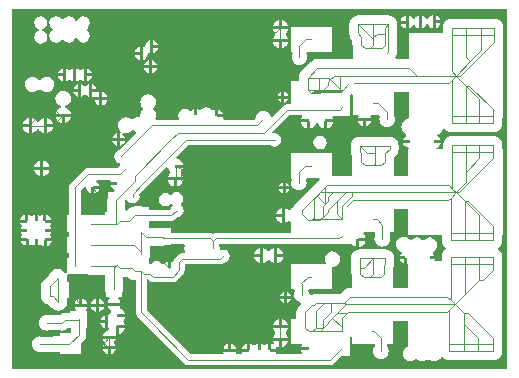
<source format=gbl>
G04*
G04 #@! TF.GenerationSoftware,Altium Limited,Altium Designer,20.0.2 (26)*
G04*
G04 Layer_Physical_Order=4*
G04 Layer_Color=16711680*
%FSLAX44Y44*%
%MOMM*%
G71*
G01*
G75*
G36*
X739290Y1230630D02*
X320290D01*
Y1535630D01*
X739290D01*
Y1230630D01*
D02*
G37*
%LPC*%
G36*
X664270Y1529776D02*
X663378Y1529599D01*
X661546Y1528374D01*
X660804Y1527263D01*
X659276D01*
X658534Y1528374D01*
X656702Y1529599D01*
X655810Y1529776D01*
Y1524380D01*
Y1518984D01*
X656702Y1519162D01*
X658534Y1520386D01*
X659276Y1521497D01*
X660804D01*
X661546Y1520386D01*
X663378Y1519162D01*
X664270Y1518984D01*
Y1524380D01*
Y1529776D01*
D02*
G37*
G36*
X676020Y1530026D02*
X675128Y1529849D01*
X673296Y1528624D01*
X672072Y1526792D01*
X672038Y1526621D01*
X670903Y1526551D01*
X670734Y1526578D01*
X669534Y1528374D01*
X667702Y1529599D01*
X666810Y1529776D01*
Y1524380D01*
Y1518984D01*
X667702Y1519162D01*
X669534Y1520386D01*
X670759Y1522218D01*
X670792Y1522389D01*
X671927Y1522459D01*
X672096Y1522432D01*
X673296Y1520636D01*
X675128Y1519411D01*
X676020Y1519234D01*
Y1524630D01*
Y1530026D01*
D02*
G37*
G36*
X678560D02*
Y1525900D01*
X682686D01*
X682509Y1526792D01*
X681284Y1528624D01*
X679452Y1529849D01*
X678560Y1530026D01*
D02*
G37*
G36*
X653270Y1529776D02*
X652378Y1529599D01*
X650546Y1528374D01*
X649322Y1526542D01*
X649144Y1525650D01*
X653270D01*
Y1529776D01*
D02*
G37*
G36*
X380290Y1529279D02*
X378128Y1528849D01*
X376296Y1527624D01*
X375071Y1525792D01*
X374938Y1525118D01*
X373643D01*
X373509Y1525792D01*
X372284Y1527624D01*
X370452Y1528849D01*
X368290Y1529279D01*
X366128Y1528849D01*
X364296Y1527624D01*
X363554Y1526513D01*
X362026D01*
X361284Y1527624D01*
X359452Y1528849D01*
X357290Y1529279D01*
X355128Y1528849D01*
X353296Y1527624D01*
X352071Y1525792D01*
X351642Y1523630D01*
X352071Y1521468D01*
X353296Y1519636D01*
X354407Y1518894D01*
Y1517366D01*
X353296Y1516624D01*
X352071Y1514792D01*
X351642Y1512630D01*
X352071Y1510468D01*
X353296Y1508636D01*
X355128Y1507411D01*
X357290Y1506982D01*
X359452Y1507411D01*
X361284Y1508636D01*
X362026Y1509747D01*
X363554D01*
X364296Y1508636D01*
X366128Y1507411D01*
X368290Y1506982D01*
X370452Y1507411D01*
X372284Y1508636D01*
X373509Y1510468D01*
X373643Y1511142D01*
X374938D01*
X375071Y1510468D01*
X376296Y1508636D01*
X378128Y1507411D01*
X380290Y1506982D01*
X382452Y1507411D01*
X384284Y1508636D01*
X385509Y1510468D01*
X385938Y1512630D01*
X385509Y1514792D01*
X384284Y1516624D01*
X383173Y1517366D01*
Y1518894D01*
X384284Y1519636D01*
X385509Y1521468D01*
X385938Y1523630D01*
X385509Y1525792D01*
X384284Y1527624D01*
X382452Y1528849D01*
X380290Y1529279D01*
D02*
G37*
G36*
X548560Y1526059D02*
Y1520900D01*
X553719D01*
X553662Y1521337D01*
X553003Y1522928D01*
X551954Y1524294D01*
X550588Y1525343D01*
X548997Y1526002D01*
X548560Y1526059D01*
D02*
G37*
G36*
X546020D02*
X545583Y1526002D01*
X543992Y1525343D01*
X542626Y1524294D01*
X541577Y1522928D01*
X540918Y1521337D01*
X540861Y1520900D01*
X546020D01*
Y1526059D01*
D02*
G37*
G36*
X682686Y1523360D02*
X678560D01*
Y1519234D01*
X679452Y1519411D01*
X681284Y1520636D01*
X682509Y1522468D01*
X682686Y1523360D01*
D02*
G37*
G36*
X653270Y1523110D02*
X649144D01*
X649322Y1522218D01*
X650546Y1520386D01*
X652378Y1519162D01*
X653270Y1518984D01*
Y1523110D01*
D02*
G37*
G36*
X553719Y1518360D02*
X540861D01*
X540918Y1517923D01*
X541577Y1516332D01*
X542626Y1514966D01*
X542887Y1514765D01*
Y1513495D01*
X542626Y1513294D01*
X541577Y1511928D01*
X540918Y1510337D01*
X540861Y1509900D01*
X553719D01*
X553662Y1510337D01*
X553003Y1511928D01*
X551954Y1513294D01*
X551693Y1513495D01*
Y1514765D01*
X551954Y1514966D01*
X553003Y1516332D01*
X553662Y1517923D01*
X553719Y1518360D01*
D02*
G37*
G36*
X344290Y1529279D02*
X342128Y1528849D01*
X340296Y1527624D01*
X339072Y1525792D01*
X338642Y1523630D01*
X339072Y1521468D01*
X340296Y1519636D01*
X342128Y1518411D01*
X342802Y1518277D01*
Y1516983D01*
X342128Y1516849D01*
X340296Y1515624D01*
X339072Y1513792D01*
X338642Y1511630D01*
X339072Y1509468D01*
X340296Y1507636D01*
X342128Y1506411D01*
X344290Y1505981D01*
X346452Y1506411D01*
X348284Y1507636D01*
X349509Y1509468D01*
X349939Y1511630D01*
X349509Y1513792D01*
X348284Y1515624D01*
X346452Y1516849D01*
X345778Y1516983D01*
Y1518277D01*
X346452Y1518411D01*
X348284Y1519636D01*
X349509Y1521468D01*
X349939Y1523630D01*
X349509Y1525792D01*
X348284Y1527624D01*
X346452Y1528849D01*
X344290Y1529279D01*
D02*
G37*
G36*
X439560Y1509026D02*
Y1504900D01*
X443686D01*
X443509Y1505792D01*
X442284Y1507624D01*
X440452Y1508849D01*
X439560Y1509026D01*
D02*
G37*
G36*
X437020D02*
X436128Y1508849D01*
X434296Y1507624D01*
X433071Y1505792D01*
X432641Y1503630D01*
X432679Y1503439D01*
X431623Y1502734D01*
X431452Y1502849D01*
X430560Y1503026D01*
Y1497630D01*
Y1492234D01*
X431452Y1492411D01*
X433284Y1493636D01*
X434509Y1495468D01*
X434939Y1497630D01*
X434901Y1497821D01*
X435957Y1498526D01*
X436128Y1498411D01*
X437020Y1498234D01*
Y1503630D01*
Y1509026D01*
D02*
G37*
G36*
X553719Y1507360D02*
X548560D01*
Y1502201D01*
X548997Y1502258D01*
X550588Y1502917D01*
X551954Y1503966D01*
X553003Y1505332D01*
X553662Y1506923D01*
X553719Y1507360D01*
D02*
G37*
G36*
X546020D02*
X540861D01*
X540918Y1506923D01*
X541577Y1505332D01*
X542626Y1503966D01*
X543992Y1502917D01*
X545583Y1502258D01*
X546020Y1502201D01*
Y1507360D01*
D02*
G37*
G36*
X428020Y1503026D02*
X427128Y1502849D01*
X425296Y1501624D01*
X424072Y1499792D01*
X423894Y1498900D01*
X428020D01*
Y1503026D01*
D02*
G37*
G36*
X443686Y1502360D02*
X439560D01*
Y1498234D01*
X440452Y1498411D01*
X442284Y1499636D01*
X443509Y1501468D01*
X443686Y1502360D01*
D02*
G37*
G36*
X428020Y1496360D02*
X423894D01*
X424072Y1495468D01*
X425296Y1493636D01*
X427128Y1492411D01*
X428020Y1492234D01*
Y1496360D01*
D02*
G37*
G36*
X590906Y1520500D02*
X555826D01*
Y1499420D01*
X557121D01*
X557747Y1498150D01*
X557577Y1497928D01*
X556918Y1496337D01*
X556694Y1494630D01*
X556918Y1492923D01*
X557577Y1491332D01*
X558626Y1489966D01*
X559992Y1488917D01*
X561583Y1488258D01*
X563290Y1488034D01*
X564997Y1488258D01*
X566588Y1488917D01*
X567954Y1489966D01*
X569003Y1491332D01*
X569662Y1492923D01*
X569886Y1494630D01*
X569662Y1496337D01*
X569003Y1497928D01*
X568833Y1498150D01*
X569459Y1499420D01*
X590906D01*
Y1520500D01*
D02*
G37*
G36*
X438560Y1492026D02*
Y1487900D01*
X442686D01*
X442509Y1488792D01*
X441284Y1490624D01*
X439452Y1491849D01*
X438560Y1492026D01*
D02*
G37*
G36*
X436020D02*
X435128Y1491849D01*
X433296Y1490624D01*
X432071Y1488792D01*
X431894Y1487900D01*
X436020D01*
Y1492026D01*
D02*
G37*
G36*
X381020Y1485026D02*
X380128Y1484849D01*
X378296Y1483624D01*
X377284D01*
X375452Y1484849D01*
X374560Y1485026D01*
Y1479630D01*
Y1474234D01*
X375452Y1474411D01*
X377284Y1475636D01*
X378296D01*
X380128Y1474411D01*
X381020Y1474234D01*
Y1479630D01*
Y1485026D01*
D02*
G37*
G36*
X372020D02*
X371128Y1484849D01*
X369296Y1483624D01*
X368284D01*
X366452Y1484849D01*
X365560Y1485026D01*
Y1479630D01*
Y1474234D01*
X366452Y1474411D01*
X368284Y1475636D01*
X369296D01*
X371128Y1474411D01*
X372020Y1474234D01*
Y1479630D01*
Y1485026D01*
D02*
G37*
G36*
X442686Y1485360D02*
X438560D01*
Y1481234D01*
X439452Y1481411D01*
X441284Y1482636D01*
X442509Y1484468D01*
X442686Y1485360D01*
D02*
G37*
G36*
X436020D02*
X431894D01*
X432071Y1484468D01*
X433296Y1482636D01*
X435128Y1481411D01*
X436020Y1481234D01*
Y1485360D01*
D02*
G37*
G36*
X383560Y1485026D02*
Y1480900D01*
X387686D01*
X387509Y1481792D01*
X386284Y1483624D01*
X384452Y1484849D01*
X383560Y1485026D01*
D02*
G37*
G36*
X363020D02*
X362128Y1484849D01*
X360296Y1483624D01*
X359071Y1481792D01*
X358894Y1480900D01*
X363020D01*
Y1485026D01*
D02*
G37*
G36*
X349290Y1478226D02*
X347583Y1478002D01*
X345992Y1477343D01*
X344626Y1476294D01*
X344052Y1475547D01*
X342528D01*
X341954Y1476294D01*
X340588Y1477343D01*
X338997Y1478002D01*
X337290Y1478226D01*
X335583Y1478002D01*
X333992Y1477343D01*
X332626Y1476294D01*
X331577Y1474928D01*
X330918Y1473337D01*
X330694Y1471630D01*
X330918Y1469923D01*
X331577Y1468332D01*
X332626Y1466966D01*
X333992Y1465917D01*
X335583Y1465258D01*
X337290Y1465034D01*
X338997Y1465258D01*
X340588Y1465917D01*
X341954Y1466966D01*
X342528Y1467713D01*
X344052D01*
X344626Y1466966D01*
X345992Y1465917D01*
X347583Y1465258D01*
X349290Y1465034D01*
X350997Y1465258D01*
X352588Y1465917D01*
X353954Y1466966D01*
X355003Y1468332D01*
X355662Y1469923D01*
X355886Y1471630D01*
X355662Y1473337D01*
X355003Y1474928D01*
X353954Y1476294D01*
X352588Y1477343D01*
X350997Y1478002D01*
X349290Y1478226D01*
D02*
G37*
G36*
X387686Y1478360D02*
X383560D01*
Y1474234D01*
X384452Y1474411D01*
X386284Y1475636D01*
X387509Y1477468D01*
X387686Y1478360D01*
D02*
G37*
G36*
X363020D02*
X358894D01*
X359071Y1477468D01*
X360296Y1475636D01*
X362128Y1474411D01*
X363020Y1474234D01*
Y1478360D01*
D02*
G37*
G36*
X385020Y1472026D02*
X384128Y1471849D01*
X382296Y1470624D01*
X381284D01*
X379452Y1471849D01*
X378560Y1472026D01*
Y1466630D01*
Y1461234D01*
X379452Y1461411D01*
X381284Y1462636D01*
X382296D01*
X384128Y1461411D01*
X385020Y1461234D01*
Y1466630D01*
Y1472026D01*
D02*
G37*
G36*
X387560D02*
Y1467900D01*
X391686D01*
X391509Y1468792D01*
X390284Y1470624D01*
X388452Y1471849D01*
X387560Y1472026D01*
D02*
G37*
G36*
X376020D02*
X375128Y1471849D01*
X373296Y1470624D01*
X372071Y1468792D01*
X371894Y1467900D01*
X376020D01*
Y1472026D01*
D02*
G37*
G36*
X550560Y1465006D02*
Y1461900D01*
X553666D01*
X553567Y1462401D01*
X552563Y1463903D01*
X551061Y1464907D01*
X550560Y1465006D01*
D02*
G37*
G36*
X548020D02*
X547519Y1464907D01*
X546017Y1463903D01*
X545013Y1462401D01*
X544914Y1461900D01*
X548020D01*
Y1465006D01*
D02*
G37*
G36*
X376020Y1465360D02*
X371894D01*
X372071Y1464468D01*
X373296Y1462636D01*
X375128Y1461411D01*
X376020Y1461234D01*
Y1465360D01*
D02*
G37*
G36*
X396560Y1465026D02*
Y1460900D01*
X400686D01*
X400509Y1461792D01*
X399284Y1463624D01*
X397452Y1464849D01*
X396560Y1465026D01*
D02*
G37*
G36*
X391788Y1465360D02*
X387560D01*
Y1461234D01*
X388452Y1461411D01*
X388739Y1461604D01*
X389792Y1460900D01*
X394020D01*
Y1465026D01*
X393128Y1464849D01*
X392841Y1464656D01*
X391788Y1465360D01*
D02*
G37*
G36*
X553666Y1459360D02*
X550560D01*
Y1456254D01*
X551061Y1456353D01*
X552563Y1457357D01*
X553567Y1458859D01*
X553666Y1459360D01*
D02*
G37*
G36*
X548020D02*
X544914D01*
X545013Y1458859D01*
X546017Y1457357D01*
X547519Y1456353D01*
X548020Y1456254D01*
Y1459360D01*
D02*
G37*
G36*
X638540Y1529935D02*
X613140D01*
X611172Y1529676D01*
X609338Y1528916D01*
X607762Y1527708D01*
X606554Y1526133D01*
X605794Y1524298D01*
X605535Y1522330D01*
Y1514800D01*
X605794Y1512832D01*
X606554Y1510997D01*
X607762Y1509422D01*
X608235Y1508950D01*
Y1505100D01*
X608300Y1504606D01*
Y1493195D01*
X578608D01*
X576640Y1492936D01*
X574805Y1492176D01*
X573230Y1490968D01*
X564912Y1482650D01*
X563704Y1481075D01*
X562944Y1479241D01*
X562685Y1477272D01*
Y1474500D01*
X555826D01*
Y1454759D01*
X552790D01*
X552790Y1454759D01*
X551019Y1454407D01*
X549517Y1453403D01*
X549517Y1453403D01*
X540085Y1443971D01*
X538763Y1444446D01*
X538253Y1445678D01*
X537204Y1447044D01*
X535838Y1448093D01*
X534247Y1448752D01*
X532540Y1448976D01*
X530833Y1448752D01*
X529242Y1448093D01*
X527876Y1447044D01*
X526827Y1445678D01*
X526168Y1444087D01*
X525944Y1442380D01*
X524951Y1441718D01*
X499252D01*
X498562Y1442989D01*
X498686Y1443610D01*
X493290D01*
Y1444880D01*
X492020D01*
Y1450276D01*
X491128Y1450099D01*
X489401Y1448944D01*
X488272Y1450635D01*
X486439Y1451859D01*
X484277Y1452289D01*
X482116Y1451859D01*
X480283Y1450635D01*
X479470Y1449417D01*
X477702Y1450598D01*
X476810Y1450776D01*
Y1445380D01*
X474270D01*
Y1450776D01*
X473378Y1450598D01*
X471546Y1449374D01*
X470534D01*
X468702Y1450598D01*
X466540Y1451028D01*
X464378Y1450598D01*
X462546Y1449374D01*
X461321Y1447542D01*
X460891Y1445380D01*
X461321Y1443218D01*
X461575Y1442839D01*
X460976Y1441718D01*
X442049D01*
X441275Y1442989D01*
X441662Y1443923D01*
X441886Y1445630D01*
X441662Y1447337D01*
X441003Y1448928D01*
X439954Y1450294D01*
X439660Y1450520D01*
Y1451790D01*
X439889Y1451966D01*
X440937Y1453332D01*
X441596Y1454923D01*
X441821Y1456630D01*
X441596Y1458337D01*
X440937Y1459928D01*
X439889Y1461294D01*
X438523Y1462343D01*
X436932Y1463002D01*
X435225Y1463226D01*
X433517Y1463002D01*
X431926Y1462343D01*
X430560Y1461294D01*
X429512Y1459928D01*
X428853Y1458337D01*
X428628Y1456630D01*
X428853Y1454923D01*
X429512Y1453332D01*
X430560Y1451966D01*
X430854Y1451740D01*
Y1450470D01*
X430626Y1450294D01*
X429577Y1448928D01*
X428918Y1447337D01*
X428694Y1445630D01*
X428770Y1445048D01*
X427872Y1444150D01*
X427290Y1444226D01*
X425583Y1444002D01*
X423992Y1443343D01*
X422626Y1442294D01*
X422361Y1441950D01*
X420954Y1441697D01*
X420803Y1441813D01*
X419588Y1442746D01*
X417997Y1443405D01*
X416290Y1443629D01*
X414583Y1443405D01*
X412992Y1442746D01*
X411626Y1441697D01*
X410577Y1440331D01*
X409918Y1438740D01*
X409694Y1437033D01*
X409918Y1435326D01*
X410577Y1433735D01*
X411626Y1432368D01*
X411810Y1432227D01*
X412430Y1431210D01*
X412074Y1430424D01*
X412033Y1430432D01*
X411560Y1430526D01*
Y1426400D01*
X415686D01*
X415509Y1427292D01*
X414284Y1429124D01*
X413186Y1429858D01*
X413158Y1429877D01*
X413569Y1430647D01*
D01*
X413570Y1430648D01*
X414745Y1430640D01*
X416290Y1430436D01*
X417997Y1430661D01*
X419588Y1431320D01*
X420954Y1432368D01*
X421219Y1432713D01*
X422626Y1432966D01*
X422777Y1432849D01*
X423992Y1431917D01*
X424925Y1431530D01*
X425276Y1430085D01*
X411266Y1416075D01*
X410128Y1415849D01*
X408296Y1414624D01*
X407071Y1412792D01*
X406642Y1410630D01*
X407071Y1408468D01*
X408296Y1406636D01*
X410128Y1405411D01*
X411158Y1405207D01*
X411742Y1403795D01*
X411071Y1402792D01*
X411043Y1402651D01*
X409202Y1400809D01*
X384330D01*
X382364Y1400417D01*
X380696Y1399304D01*
X369672Y1388279D01*
X368558Y1386612D01*
X368167Y1384645D01*
Y1360639D01*
X366320D01*
Y1346669D01*
X368167D01*
Y1342639D01*
X366320D01*
Y1328669D01*
X368167D01*
Y1324639D01*
X366320D01*
Y1311940D01*
X365050Y1311509D01*
X364668Y1312008D01*
X363668Y1313008D01*
X362093Y1314216D01*
X360258Y1314976D01*
X358290Y1315235D01*
X356322Y1314976D01*
X354487Y1314216D01*
X352912Y1313008D01*
X351704Y1311432D01*
X351256Y1310351D01*
X346912Y1306008D01*
X345704Y1304433D01*
X344944Y1302598D01*
X344685Y1300630D01*
Y1292630D01*
X344944Y1290662D01*
X345704Y1288828D01*
X346912Y1287252D01*
X348488Y1286044D01*
X350322Y1285284D01*
X350965Y1285199D01*
X353912Y1282252D01*
X355488Y1281044D01*
X356247Y1280729D01*
X357322Y1280284D01*
X359290Y1280025D01*
X361258Y1280284D01*
X362333Y1280729D01*
X363092Y1281044D01*
X364668Y1282252D01*
X365876Y1283828D01*
X366191Y1284587D01*
X366636Y1285662D01*
X366895Y1287630D01*
Y1290645D01*
X368300D01*
Y1304615D01*
X366895D01*
Y1306630D01*
X366636Y1308598D01*
X366301Y1309407D01*
X367153Y1310669D01*
X384436D01*
X385307Y1310308D01*
X387275Y1310049D01*
X398554D01*
Y1308627D01*
X398670D01*
Y1298211D01*
X398929Y1296243D01*
X399290Y1295371D01*
Y1291226D01*
X402407D01*
X402793Y1289956D01*
X402296Y1289624D01*
X401072Y1287792D01*
X400894Y1286900D01*
X411686D01*
X411509Y1287792D01*
X410284Y1289624D01*
X409788Y1289956D01*
X410173Y1291226D01*
X413260D01*
Y1295371D01*
X413621Y1296243D01*
X413881Y1298211D01*
Y1308562D01*
X418059D01*
X418329Y1308292D01*
X419904Y1307083D01*
X421739Y1306324D01*
X423707Y1306064D01*
X424661D01*
Y1278630D01*
X424661Y1278630D01*
X425013Y1276859D01*
X426017Y1275357D01*
X431017Y1270357D01*
X466017Y1235357D01*
X466017Y1235357D01*
X467519Y1234353D01*
X469290Y1234001D01*
X589062D01*
X589062Y1234001D01*
X590833Y1234353D01*
X592335Y1235357D01*
X598758Y1241780D01*
X606181D01*
Y1258607D01*
X606184Y1258609D01*
X607454Y1258008D01*
Y1251928D01*
X627071D01*
Y1249636D01*
X626497Y1248888D01*
X625838Y1247297D01*
X625614Y1245590D01*
X625838Y1243883D01*
X626497Y1242292D01*
X627546Y1240926D01*
X628912Y1239877D01*
X630503Y1239218D01*
X632210Y1238994D01*
X633917Y1239218D01*
X635508Y1239877D01*
X636874Y1240926D01*
X637923Y1242292D01*
X638582Y1243883D01*
X638806Y1245590D01*
X638582Y1247297D01*
X637923Y1248888D01*
X637349Y1249636D01*
Y1251928D01*
X642534D01*
Y1271525D01*
X654908D01*
Y1249722D01*
X653992Y1249343D01*
X652626Y1248294D01*
X651577Y1246928D01*
X650918Y1245337D01*
X650694Y1243630D01*
X650918Y1241923D01*
X651577Y1240332D01*
X652626Y1238966D01*
X653992Y1237917D01*
X655583Y1237258D01*
X657290Y1237034D01*
X658997Y1237258D01*
X660588Y1237917D01*
X661954Y1238966D01*
X662626D01*
X663992Y1237917D01*
X665583Y1237258D01*
X667290Y1237034D01*
X668997Y1237258D01*
X670588Y1237917D01*
X671369Y1238517D01*
X672290Y1238846D01*
X673211Y1238517D01*
X673992Y1237917D01*
X675583Y1237258D01*
X677290Y1237034D01*
X678997Y1237258D01*
X680588Y1237917D01*
X681954Y1238966D01*
X683003Y1240332D01*
X683090Y1240542D01*
X684544Y1240733D01*
X684912Y1240252D01*
X686488Y1239044D01*
X688322Y1238284D01*
X690290Y1238025D01*
X727290D01*
X729258Y1238284D01*
X731093Y1239044D01*
X732668Y1240252D01*
X733876Y1241827D01*
X734636Y1243662D01*
X734895Y1245630D01*
Y1249178D01*
X734988D01*
Y1321758D01*
X734895D01*
Y1325630D01*
X734636Y1327598D01*
X733876Y1329433D01*
X732668Y1331008D01*
X731555Y1331861D01*
X731466Y1332088D01*
Y1333172D01*
X731555Y1333399D01*
X732668Y1334252D01*
X733876Y1335827D01*
X734636Y1337662D01*
X734895Y1339630D01*
Y1343920D01*
X735750D01*
Y1416500D01*
X734895D01*
Y1420630D01*
X734636Y1422598D01*
X733876Y1424433D01*
X732668Y1426008D01*
X731093Y1427216D01*
X729258Y1427976D01*
X727290Y1428235D01*
X692790D01*
X690822Y1427976D01*
X688988Y1427216D01*
X687412Y1426008D01*
X686204Y1424433D01*
X685444Y1422598D01*
X685185Y1420630D01*
Y1416500D01*
X679096D01*
X678971Y1417770D01*
X679682Y1417911D01*
X681514Y1419136D01*
X682739Y1420968D01*
X682916Y1421860D01*
X677520D01*
Y1424400D01*
X682916D01*
X682739Y1425292D01*
X681514Y1427124D01*
X680185Y1428012D01*
X680134Y1428353D01*
X680362Y1429409D01*
X681588Y1429917D01*
X682954Y1430966D01*
X684003Y1432332D01*
X684662Y1433923D01*
X684685Y1434097D01*
X686009Y1434429D01*
X686912Y1433252D01*
X688487Y1432044D01*
X690322Y1431284D01*
X692290Y1431025D01*
X727290D01*
X729258Y1431284D01*
X731093Y1432044D01*
X732668Y1433252D01*
X733876Y1434828D01*
X734636Y1436662D01*
X734895Y1438630D01*
Y1442810D01*
X735834D01*
Y1507386D01*
X735895Y1507850D01*
Y1519630D01*
X735636Y1521598D01*
X734876Y1523432D01*
X733668Y1525008D01*
X732093Y1526216D01*
X730258Y1526976D01*
X728290Y1527235D01*
X692290D01*
X690322Y1526976D01*
X688487Y1526216D01*
X686912Y1525008D01*
X685704Y1523432D01*
X684944Y1521598D01*
X684685Y1519630D01*
Y1515390D01*
X655754D01*
Y1493195D01*
X645283D01*
X644656Y1494465D01*
X645126Y1495078D01*
X645886Y1496912D01*
X646145Y1498880D01*
Y1522330D01*
X645886Y1524298D01*
X645126Y1526133D01*
X643918Y1527708D01*
X642343Y1528916D01*
X640508Y1529676D01*
X638540Y1529935D01*
D02*
G37*
G36*
X400686Y1458360D02*
X396560D01*
Y1454234D01*
X397452Y1454411D01*
X399284Y1455636D01*
X400509Y1457468D01*
X400686Y1458360D01*
D02*
G37*
G36*
X394020D02*
X389894D01*
X390071Y1457468D01*
X391296Y1455636D01*
X393128Y1454411D01*
X394020Y1454234D01*
Y1458360D01*
D02*
G37*
G36*
X363290Y1466226D02*
X361583Y1466002D01*
X359992Y1465343D01*
X358626Y1464294D01*
X357577Y1462928D01*
X356918Y1461337D01*
X356694Y1459630D01*
X356918Y1457923D01*
X357577Y1456332D01*
X358626Y1454966D01*
X359992Y1453917D01*
X361583Y1453258D01*
Y1452002D01*
X359992Y1451343D01*
X358626Y1450294D01*
X357577Y1448928D01*
X356918Y1447337D01*
X356861Y1446900D01*
X369719D01*
X369662Y1447337D01*
X369003Y1448928D01*
X367954Y1450294D01*
X366588Y1451343D01*
X364997Y1452002D01*
Y1453258D01*
X366588Y1453917D01*
X367954Y1454966D01*
X369003Y1456332D01*
X369662Y1457923D01*
X369886Y1459630D01*
X369662Y1461337D01*
X369003Y1462928D01*
X367954Y1464294D01*
X366588Y1465343D01*
X364997Y1466002D01*
X363290Y1466226D01*
D02*
G37*
G36*
X494560Y1450276D02*
Y1446150D01*
X498686D01*
X498509Y1447042D01*
X497284Y1448874D01*
X495452Y1450099D01*
X494560Y1450276D01*
D02*
G37*
G36*
X347020Y1443059D02*
X346583Y1443002D01*
X344992Y1442343D01*
X343626Y1441294D01*
X342577Y1439928D01*
X342477Y1439687D01*
X341103D01*
X341003Y1439928D01*
X339954Y1441294D01*
X338588Y1442343D01*
X336997Y1443002D01*
X336560Y1443059D01*
Y1436630D01*
Y1430201D01*
X336997Y1430258D01*
X338588Y1430917D01*
X339954Y1431966D01*
X341003Y1433332D01*
X341103Y1433573D01*
X342477D01*
X342577Y1433332D01*
X343626Y1431966D01*
X344992Y1430917D01*
X346583Y1430258D01*
X347020Y1430201D01*
Y1436630D01*
Y1443059D01*
D02*
G37*
G36*
X369719Y1444360D02*
X364560D01*
Y1439201D01*
X364997Y1439258D01*
X366588Y1439917D01*
X367954Y1440966D01*
X369003Y1442332D01*
X369662Y1443923D01*
X369719Y1444360D01*
D02*
G37*
G36*
X362020D02*
X356861D01*
X356918Y1443923D01*
X357577Y1442332D01*
X358626Y1440966D01*
X359992Y1439917D01*
X361583Y1439258D01*
X362020Y1439201D01*
Y1444360D01*
D02*
G37*
G36*
X349560Y1443059D02*
Y1437900D01*
X354719D01*
X354662Y1438337D01*
X354003Y1439928D01*
X352954Y1441294D01*
X351588Y1442343D01*
X349997Y1443002D01*
X349560Y1443059D01*
D02*
G37*
G36*
X334020D02*
X333583Y1443002D01*
X331992Y1442343D01*
X330626Y1441294D01*
X329577Y1439928D01*
X328918Y1438337D01*
X328861Y1437900D01*
X334020D01*
Y1443059D01*
D02*
G37*
G36*
X354719Y1435360D02*
X349560D01*
Y1430201D01*
X349997Y1430258D01*
X351588Y1430917D01*
X352954Y1431966D01*
X354003Y1433332D01*
X354662Y1434923D01*
X354719Y1435360D01*
D02*
G37*
G36*
X334020D02*
X328861D01*
X328918Y1434923D01*
X329577Y1433332D01*
X330626Y1431966D01*
X331992Y1430917D01*
X333583Y1430258D01*
X334020Y1430201D01*
Y1435360D01*
D02*
G37*
G36*
X409020Y1430526D02*
X408128Y1430349D01*
X406296Y1429124D01*
X405071Y1427292D01*
X404894Y1426400D01*
X409020D01*
Y1430526D01*
D02*
G37*
G36*
X415686Y1423860D02*
X411560D01*
Y1419734D01*
X412452Y1419911D01*
X414284Y1421136D01*
X415509Y1422968D01*
X415686Y1423860D01*
D02*
G37*
G36*
X409020D02*
X404894D01*
X405071Y1422968D01*
X406296Y1421136D01*
X408128Y1419911D01*
X409020Y1419734D01*
Y1423860D01*
D02*
G37*
G36*
X346560Y1407059D02*
Y1401900D01*
X351719D01*
X351662Y1402337D01*
X351003Y1403928D01*
X349954Y1405294D01*
X348588Y1406343D01*
X346997Y1407002D01*
X346560Y1407059D01*
D02*
G37*
G36*
X344020D02*
X343583Y1407002D01*
X341992Y1406343D01*
X340626Y1405294D01*
X339577Y1403928D01*
X338918Y1402337D01*
X338861Y1401900D01*
X344020D01*
Y1407059D01*
D02*
G37*
G36*
X351719Y1399360D02*
X346560D01*
Y1394201D01*
X346997Y1394258D01*
X348588Y1394917D01*
X349954Y1395966D01*
X351003Y1397332D01*
X351662Y1398923D01*
X351719Y1399360D01*
D02*
G37*
G36*
X344020D02*
X338861D01*
X338918Y1398923D01*
X339577Y1397332D01*
X340626Y1395966D01*
X341992Y1394917D01*
X343583Y1394258D01*
X344020Y1394201D01*
Y1399360D01*
D02*
G37*
G36*
X331270Y1361276D02*
X330378Y1361098D01*
X328546Y1359874D01*
X327321Y1358042D01*
X327144Y1357150D01*
X331270D01*
Y1361276D01*
D02*
G37*
G36*
X349060Y1361026D02*
Y1356900D01*
X353186D01*
X353009Y1357792D01*
X351784Y1359624D01*
X349952Y1360849D01*
X349060Y1361026D01*
D02*
G37*
G36*
X331520Y1339360D02*
X327394D01*
X327571Y1338468D01*
X328796Y1336636D01*
X330628Y1335412D01*
X331520Y1335234D01*
Y1339360D01*
D02*
G37*
G36*
X353436Y1338860D02*
X349310D01*
Y1334734D01*
X350202Y1334911D01*
X352034Y1336136D01*
X353259Y1337968D01*
X353436Y1338860D01*
D02*
G37*
G36*
X333810Y1361276D02*
Y1355880D01*
X332540D01*
Y1354610D01*
X327144D01*
X327321Y1353718D01*
X328546Y1351886D01*
X328609Y1351844D01*
X327571Y1350292D01*
X327394Y1349400D01*
X332790D01*
Y1346860D01*
X327394D01*
X327571Y1345968D01*
X328633Y1344380D01*
X327571Y1342792D01*
X327394Y1341900D01*
X332790D01*
Y1340630D01*
X334060D01*
Y1335234D01*
X334952Y1335412D01*
X336540Y1336473D01*
X338128Y1335412D01*
X339020Y1335234D01*
Y1340630D01*
X341560D01*
Y1335234D01*
X342452Y1335412D01*
X343889Y1336371D01*
X344046Y1336136D01*
X345878Y1334911D01*
X346770Y1334734D01*
Y1340130D01*
X348040D01*
Y1341400D01*
X353436D01*
X353259Y1342292D01*
X352034Y1344124D01*
X351856Y1344243D01*
X353009Y1345968D01*
X353186Y1346860D01*
X347790D01*
Y1349400D01*
X353186D01*
X353009Y1350292D01*
X351947Y1351880D01*
X353009Y1353468D01*
X353186Y1354360D01*
X347790D01*
Y1355630D01*
X346520D01*
Y1361026D01*
X345628Y1360849D01*
X344040Y1359787D01*
X342452Y1360849D01*
X341560Y1361026D01*
Y1355630D01*
X339020D01*
Y1361026D01*
X338128Y1360849D01*
X336576Y1359811D01*
X336534Y1359874D01*
X334702Y1361098D01*
X333810Y1361276D01*
D02*
G37*
G36*
X393560Y1290026D02*
Y1285900D01*
X397686D01*
X397509Y1286792D01*
X396284Y1288624D01*
X394452Y1289849D01*
X393560Y1290026D01*
D02*
G37*
G36*
X391020D02*
X390128Y1289849D01*
X388296Y1288624D01*
X387071Y1286792D01*
X386894Y1285900D01*
X391020D01*
Y1290026D01*
D02*
G37*
G36*
X379560D02*
Y1285900D01*
X383686D01*
X383509Y1286792D01*
X382284Y1288624D01*
X380452Y1289849D01*
X379560Y1290026D01*
D02*
G37*
G36*
X377020D02*
X376128Y1289849D01*
X374296Y1288624D01*
X373071Y1286792D01*
X372894Y1285900D01*
X377020D01*
Y1290026D01*
D02*
G37*
G36*
X397686Y1283360D02*
X393560D01*
Y1279234D01*
X394452Y1279411D01*
X396284Y1280636D01*
X397509Y1282468D01*
X397686Y1283360D01*
D02*
G37*
G36*
X391020D02*
X386894D01*
X387071Y1282468D01*
X388296Y1280636D01*
X390128Y1279411D01*
X391020Y1279234D01*
Y1283360D01*
D02*
G37*
G36*
X383686D02*
X372894D01*
X373071Y1282468D01*
X374129Y1280885D01*
X373712Y1279615D01*
X369320D01*
Y1278348D01*
X364730D01*
X362276Y1277860D01*
X360196Y1276470D01*
X359769Y1276043D01*
X350681D01*
X349290Y1276226D01*
X347583Y1276002D01*
X345992Y1275343D01*
X344626Y1274294D01*
X343577Y1272928D01*
X342918Y1271337D01*
X342694Y1269630D01*
X342918Y1267923D01*
X343577Y1266332D01*
X344626Y1264966D01*
X345992Y1263917D01*
X347583Y1263258D01*
X349290Y1263034D01*
X350681Y1263217D01*
X360899D01*
X362290Y1263034D01*
X363997Y1263258D01*
X365588Y1263917D01*
X366954Y1264966D01*
X367363Y1265498D01*
X367387Y1265522D01*
X369891D01*
Y1262303D01*
X369109Y1261521D01*
X360399D01*
Y1258139D01*
X355955D01*
X355290Y1258226D01*
X353899Y1258043D01*
X344682D01*
X343290Y1258226D01*
X341583Y1258002D01*
X339992Y1257343D01*
X338626Y1256294D01*
X337577Y1254928D01*
X336918Y1253337D01*
X336694Y1251630D01*
X336918Y1249923D01*
X337577Y1248332D01*
X338626Y1246966D01*
X339992Y1245917D01*
X341583Y1245258D01*
X343290Y1245034D01*
X344682Y1245217D01*
X353899D01*
X355290Y1245034D01*
X356997Y1245258D01*
X357128Y1245312D01*
X360399D01*
Y1243741D01*
X378179D01*
Y1252451D01*
X380839Y1255111D01*
X382230Y1257192D01*
X382718Y1259646D01*
Y1265645D01*
X383290D01*
Y1279615D01*
X382868D01*
X382451Y1280885D01*
X383509Y1282468D01*
X383686Y1283360D01*
D02*
G37*
G36*
X399020Y1276026D02*
X398128Y1275849D01*
X396296Y1274624D01*
X395071Y1272792D01*
X394894Y1271900D01*
X399020D01*
Y1276026D01*
D02*
G37*
G36*
Y1269360D02*
X394894D01*
X395071Y1268468D01*
X396296Y1266636D01*
X398128Y1265411D01*
X399020Y1265234D01*
Y1269360D01*
D02*
G37*
G36*
X415719Y1265360D02*
X410560D01*
Y1260201D01*
X410997Y1260258D01*
X412588Y1260917D01*
X413954Y1261966D01*
X415003Y1263332D01*
X415662Y1264923D01*
X415719Y1265360D01*
D02*
G37*
G36*
X411686Y1284360D02*
X400894D01*
X401072Y1283468D01*
X402296Y1281636D01*
X403458Y1280859D01*
X403829Y1279323D01*
X403801Y1279219D01*
X403577Y1278928D01*
X402918Y1277337D01*
X402871Y1276979D01*
X401560Y1276106D01*
Y1270630D01*
Y1265234D01*
X401595Y1265241D01*
X402083Y1265124D01*
X402358Y1264462D01*
X402352Y1264406D01*
X401607Y1263143D01*
X400128Y1262849D01*
X398296Y1261624D01*
X397071Y1259792D01*
X396894Y1258900D01*
X407686D01*
X407673Y1258966D01*
X408020Y1259350D01*
Y1266630D01*
X409290D01*
Y1267900D01*
X415719D01*
X415662Y1268337D01*
X415003Y1269928D01*
X414081Y1271130D01*
X415003Y1272332D01*
X415662Y1273923D01*
X415719Y1274360D01*
X409290D01*
Y1276900D01*
X415719D01*
X415662Y1277337D01*
X415003Y1278928D01*
X413954Y1280294D01*
X412588Y1281343D01*
X411827Y1281658D01*
X411312Y1283175D01*
X411509Y1283468D01*
X411686Y1284360D01*
D02*
G37*
G36*
X407686Y1256360D02*
X396894D01*
X397071Y1255468D01*
X398296Y1253636D01*
Y1252624D01*
X397071Y1250792D01*
X396894Y1249900D01*
X407686D01*
X407509Y1250792D01*
X406284Y1252624D01*
Y1253636D01*
X407509Y1255468D01*
X407686Y1256360D01*
D02*
G37*
G36*
Y1247360D02*
X403560D01*
Y1243234D01*
X404452Y1243411D01*
X406284Y1244636D01*
X407509Y1246468D01*
X407686Y1247360D01*
D02*
G37*
G36*
X401020D02*
X396894D01*
X397071Y1246468D01*
X398296Y1244636D01*
X400128Y1243411D01*
X401020Y1243234D01*
Y1247360D01*
D02*
G37*
%LPD*%
G36*
X655754Y1443437D02*
X655754Y1442810D01*
X654807Y1442031D01*
X654583Y1442002D01*
X652992Y1441343D01*
X651626Y1440294D01*
X650577Y1438928D01*
X649918Y1437337D01*
X649694Y1435630D01*
X649918Y1433923D01*
X650577Y1432332D01*
X651626Y1430966D01*
X652992Y1429917D01*
X653655Y1429643D01*
X653796Y1428210D01*
X652546Y1427374D01*
X651321Y1425542D01*
X651144Y1424650D01*
X656540D01*
Y1422110D01*
X651144D01*
X651321Y1421218D01*
X652546Y1419386D01*
X654378Y1418161D01*
X656346Y1417770D01*
X656221Y1416500D01*
X655670D01*
Y1393735D01*
X643296D01*
Y1405716D01*
X643361Y1406210D01*
Y1410060D01*
X645208Y1411906D01*
X646416Y1413481D01*
X647176Y1415316D01*
X647435Y1417284D01*
Y1419580D01*
X647176Y1421548D01*
X646416Y1423383D01*
X645208Y1424958D01*
X643633Y1426166D01*
X641798Y1426926D01*
X639830Y1427185D01*
X614430D01*
X612462Y1426926D01*
X610628Y1426166D01*
X609052Y1424958D01*
X607844Y1423383D01*
X607084Y1421548D01*
X606825Y1419580D01*
Y1414536D01*
X607084Y1412568D01*
X607844Y1410733D01*
X608151Y1410333D01*
Y1406210D01*
X608216Y1405716D01*
Y1393735D01*
X590926D01*
Y1413242D01*
X555846D01*
Y1392162D01*
X555903D01*
X556752Y1390892D01*
X556418Y1390087D01*
X556194Y1388380D01*
X556418Y1386673D01*
X557077Y1385082D01*
X558126Y1383716D01*
X559492Y1382667D01*
X561083Y1382008D01*
X562790Y1381784D01*
X564497Y1382008D01*
X566088Y1382667D01*
X567454Y1383716D01*
X568503Y1385082D01*
X569162Y1386673D01*
X569386Y1388380D01*
X569162Y1390087D01*
X568828Y1390892D01*
X569677Y1392162D01*
X580238D01*
X580669Y1390892D01*
X579912Y1390312D01*
X559912Y1370312D01*
X558704Y1368737D01*
X558085Y1367242D01*
X555846D01*
Y1365317D01*
X554576Y1364886D01*
X554454Y1365044D01*
X553088Y1366093D01*
X551497Y1366752D01*
X551060Y1366809D01*
Y1360380D01*
Y1353951D01*
X551497Y1354008D01*
X553088Y1354667D01*
X554454Y1355716D01*
X554576Y1355874D01*
X555846Y1355443D01*
Y1346162D01*
X554626Y1346041D01*
X492790D01*
X492790Y1346041D01*
X491019Y1345689D01*
X490008Y1345013D01*
X488997Y1345689D01*
X487226Y1346041D01*
X487226Y1346041D01*
X454275D01*
Y1349600D01*
X450130D01*
X449258Y1349961D01*
X447290Y1350220D01*
X436494D01*
X436275Y1350440D01*
Y1356010D01*
X455008D01*
X455008Y1356010D01*
X456780Y1356363D01*
X458281Y1357366D01*
X459985Y1359070D01*
X461702Y1359411D01*
X463534Y1360636D01*
X464759Y1362468D01*
X465188Y1364630D01*
X464759Y1366792D01*
X463534Y1368624D01*
X462673Y1369200D01*
Y1370727D01*
X463284Y1371136D01*
X464509Y1372968D01*
X464939Y1375130D01*
X464509Y1377292D01*
X463284Y1379124D01*
X461452Y1380349D01*
X459290Y1380779D01*
X457128Y1380349D01*
X455296Y1379124D01*
X454628Y1378124D01*
X454034D01*
X452202Y1379348D01*
X450040Y1379778D01*
X447878Y1379348D01*
X446046Y1378124D01*
X444822Y1376292D01*
X444392Y1374130D01*
X444822Y1371968D01*
X446046Y1370136D01*
X447878Y1368911D01*
X450040Y1368481D01*
X452202Y1368911D01*
X454034Y1370136D01*
X454294Y1370524D01*
X455066Y1370653D01*
X456134Y1369739D01*
X456107Y1368999D01*
X455546Y1368624D01*
X454321Y1366792D01*
X454249Y1366426D01*
X453091Y1365268D01*
X436275D01*
Y1367624D01*
X432130D01*
X431258Y1367985D01*
X429290Y1368244D01*
X423707D01*
X421739Y1367985D01*
X419904Y1367226D01*
X418329Y1366017D01*
X417054Y1364742D01*
X415881Y1365228D01*
Y1373328D01*
X416147Y1373610D01*
X417628Y1373636D01*
X418296Y1372636D01*
X420128Y1371411D01*
X422290Y1370981D01*
X424452Y1371411D01*
X426284Y1372636D01*
X427509Y1374468D01*
X427938Y1376630D01*
X427554Y1378565D01*
X432996Y1384007D01*
X450520Y1401531D01*
X451861Y1401076D01*
X451919Y1400634D01*
X452578Y1399043D01*
X453626Y1397677D01*
X453699Y1397621D01*
Y1396667D01*
X453521Y1396158D01*
X452577Y1394928D01*
X451918Y1393337D01*
X451861Y1392900D01*
X464719D01*
X464662Y1393337D01*
X464003Y1394928D01*
X462954Y1396294D01*
X462881Y1396351D01*
Y1397305D01*
X463060Y1397814D01*
X464003Y1399043D01*
X464662Y1400634D01*
X464720Y1401072D01*
X458291D01*
Y1403612D01*
X464720D01*
X464662Y1404049D01*
X464003Y1405640D01*
X462955Y1407006D01*
X461589Y1408054D01*
X459998Y1408713D01*
X459556Y1408772D01*
X459101Y1410112D01*
X463703Y1414714D01*
X469379Y1420390D01*
X538663D01*
X540128Y1419411D01*
X542290Y1418981D01*
X544452Y1419411D01*
X546284Y1420636D01*
X547509Y1422468D01*
X547938Y1424630D01*
X547509Y1426792D01*
X546284Y1428624D01*
X544452Y1429849D01*
X542290Y1430278D01*
X541030Y1430028D01*
X540405Y1431198D01*
X554707Y1445501D01*
X565183D01*
X565810Y1444231D01*
X565577Y1443928D01*
X564918Y1442337D01*
X564861Y1441900D01*
X571290D01*
Y1440630D01*
X572560D01*
Y1434201D01*
X572997Y1434258D01*
X574588Y1434917D01*
X575954Y1435966D01*
X577003Y1437332D01*
X577662Y1438923D01*
X578918D01*
X579577Y1437332D01*
X580626Y1435966D01*
X581992Y1434917D01*
X583583Y1434258D01*
X584020Y1434201D01*
Y1440630D01*
X585290D01*
Y1441900D01*
X591719D01*
X591662Y1442337D01*
X591156Y1443559D01*
X591562Y1444638D01*
X591814Y1444958D01*
X592185Y1445050D01*
Y1445050D01*
X606155D01*
Y1459020D01*
Y1462234D01*
X607127Y1463206D01*
X608300Y1462720D01*
Y1445560D01*
X612989D01*
X613588Y1444440D01*
X613321Y1444042D01*
X613144Y1443150D01*
X623936D01*
X623759Y1444042D01*
X623492Y1444440D01*
X624091Y1445560D01*
X630605D01*
X631453Y1444290D01*
X631168Y1443602D01*
X630944Y1441895D01*
X631168Y1440187D01*
X631827Y1438596D01*
X632876Y1437230D01*
X634242Y1436182D01*
X635833Y1435523D01*
X637540Y1435298D01*
X639247Y1435523D01*
X640838Y1436182D01*
X642204Y1437230D01*
X643253Y1438596D01*
X643912Y1440187D01*
X644136Y1441895D01*
X643912Y1443602D01*
X643590Y1444377D01*
X643380Y1445560D01*
X643380Y1445560D01*
X643380Y1445560D01*
Y1465525D01*
X655754D01*
Y1443437D01*
D02*
G37*
G36*
X403966Y1389261D02*
X403894Y1388900D01*
X409290D01*
Y1386360D01*
X403894D01*
X404072Y1385468D01*
X405296Y1383636D01*
X407128Y1382411D01*
X407196Y1382398D01*
X407154Y1381111D01*
X406307Y1381000D01*
X405436Y1380639D01*
X401290D01*
Y1376494D01*
X400929Y1375622D01*
X400670Y1373654D01*
Y1363237D01*
X398554D01*
Y1361259D01*
X387275D01*
X385307Y1361000D01*
X384436Y1360639D01*
X378444D01*
Y1382517D01*
X381543Y1385615D01*
X382713Y1384990D01*
X382641Y1384630D01*
X383071Y1382468D01*
X384296Y1380636D01*
X386128Y1379411D01*
X387020Y1379234D01*
Y1384630D01*
X388290D01*
Y1385900D01*
X393686D01*
X393509Y1386792D01*
X392284Y1388624D01*
X391331Y1389261D01*
X391716Y1390531D01*
X403154D01*
X403966Y1389261D01*
D02*
G37*
G36*
X655670Y1343920D02*
X683685D01*
Y1339630D01*
X683944Y1337662D01*
X684704Y1335827D01*
X685912Y1334252D01*
X687025Y1333399D01*
X687114Y1333172D01*
Y1332088D01*
X687025Y1331861D01*
X685912Y1331008D01*
X684704Y1329433D01*
X683944Y1327598D01*
X683685Y1325630D01*
Y1321758D01*
X678261D01*
X677663Y1322878D01*
X677817Y1323109D01*
X677916Y1323610D01*
X673540D01*
Y1326150D01*
X677916D01*
X677817Y1326651D01*
X676813Y1328153D01*
X676544Y1328333D01*
X676668Y1329597D01*
X676838Y1329667D01*
X678204Y1330716D01*
X679253Y1332082D01*
X679912Y1333673D01*
X680136Y1335380D01*
X679912Y1337087D01*
X679253Y1338678D01*
X678204Y1340044D01*
X676838Y1341093D01*
X675247Y1341752D01*
X673540Y1341976D01*
X671833Y1341752D01*
X670242Y1341093D01*
X668876Y1340044D01*
X668675Y1339783D01*
X667405D01*
X667204Y1340044D01*
X665838Y1341093D01*
X664247Y1341752D01*
X662540Y1341976D01*
X660833Y1341752D01*
X659242Y1341093D01*
X657876Y1340044D01*
X656527Y1340374D01*
X656204Y1340794D01*
X654838Y1341843D01*
X653247Y1342502D01*
X651540Y1342726D01*
X649833Y1342502D01*
X648242Y1341843D01*
X646876Y1340794D01*
X645827Y1339428D01*
X645168Y1337837D01*
X644944Y1336130D01*
X645168Y1334423D01*
X645827Y1332832D01*
X646876Y1331466D01*
X648242Y1330417D01*
X649709Y1329809D01*
X649876Y1329360D01*
X649974Y1328459D01*
X649517Y1328153D01*
X648513Y1326651D01*
X648414Y1326150D01*
X652790D01*
Y1324880D01*
X654060D01*
Y1320089D01*
X654908Y1319424D01*
Y1299485D01*
X642534D01*
Y1310974D01*
X642599Y1311468D01*
Y1315682D01*
X642606Y1315692D01*
X643366Y1317526D01*
X643625Y1319494D01*
Y1324330D01*
X643366Y1326298D01*
X642606Y1328132D01*
X641398Y1329708D01*
X639823Y1330916D01*
X637988Y1331676D01*
X636020Y1331935D01*
X614430D01*
X612462Y1331676D01*
X610628Y1330916D01*
X609052Y1329708D01*
X607844Y1328132D01*
X607084Y1326298D01*
X606825Y1324330D01*
Y1316898D01*
X607084Y1314930D01*
X607389Y1314194D01*
Y1311468D01*
X607454Y1310974D01*
Y1299485D01*
X606540D01*
X604572Y1299226D01*
X603497Y1298781D01*
X602738Y1298466D01*
X601162Y1297258D01*
X598140Y1294235D01*
X577290D01*
X575322Y1293976D01*
X574247Y1293531D01*
X573488Y1293216D01*
X573071Y1292897D01*
X571880Y1293584D01*
X571886Y1293630D01*
X571662Y1295337D01*
X571003Y1296928D01*
X571641Y1298182D01*
X590926D01*
Y1316714D01*
X591290Y1317034D01*
X592997Y1317258D01*
X594588Y1317917D01*
X595954Y1318966D01*
X597003Y1320332D01*
X597662Y1321923D01*
X597886Y1323630D01*
X597662Y1325337D01*
X597003Y1326928D01*
X595954Y1328294D01*
X594588Y1329343D01*
X592997Y1330002D01*
X591290Y1330226D01*
X589583Y1330002D01*
X587992Y1329343D01*
X586626Y1328294D01*
X585577Y1326928D01*
X584918Y1325337D01*
X584694Y1323630D01*
X584918Y1321923D01*
X585494Y1320532D01*
X584988Y1319262D01*
X555846D01*
Y1298182D01*
X558939D01*
X559577Y1296928D01*
X558918Y1295337D01*
X558694Y1293630D01*
X558918Y1291923D01*
X559577Y1290332D01*
X560626Y1288966D01*
X561992Y1287917D01*
X563583Y1287258D01*
X564150Y1287184D01*
X564605Y1285843D01*
X562912Y1284150D01*
X561704Y1282575D01*
X560944Y1280741D01*
X560685Y1278772D01*
Y1273262D01*
X555846D01*
Y1252182D01*
X565104D01*
X565665Y1251043D01*
X565577Y1250928D01*
X564918Y1249337D01*
X564861Y1248900D01*
X571290D01*
Y1246360D01*
X564861D01*
X564918Y1245923D01*
X565496Y1244529D01*
X564991Y1243259D01*
X544161D01*
X543507Y1244305D01*
X543521Y1244529D01*
X543686Y1245360D01*
X538290D01*
Y1246630D01*
X537020D01*
Y1252026D01*
X536128Y1251849D01*
X534296Y1250624D01*
X533284D01*
X531452Y1251849D01*
X530560Y1252026D01*
Y1246630D01*
X528020D01*
Y1252026D01*
X527128Y1251849D01*
X525652Y1250862D01*
X524790Y1250712D01*
X523928Y1250862D01*
X522452Y1251849D01*
X521560Y1252026D01*
Y1246630D01*
X520290D01*
Y1245360D01*
X514894D01*
X515059Y1244529D01*
X515073Y1244305D01*
X514419Y1243259D01*
X510161D01*
X509507Y1244305D01*
X509521Y1244529D01*
X509686Y1245360D01*
X498894D01*
X499059Y1244529D01*
X499073Y1244305D01*
X498419Y1243259D01*
X471207D01*
X437563Y1276903D01*
X433919Y1280547D01*
Y1306417D01*
X435189Y1306522D01*
X436171Y1305539D01*
X437673Y1304536D01*
X439444Y1304184D01*
X439445Y1304184D01*
X456135D01*
X456136Y1304184D01*
X457907Y1304536D01*
X459409Y1305539D01*
X464665Y1310796D01*
X464665Y1310796D01*
X465669Y1312297D01*
X466021Y1314069D01*
X466021Y1314069D01*
Y1319383D01*
X496131D01*
X496131Y1319383D01*
X497902Y1319735D01*
X499116Y1320546D01*
X500952Y1320912D01*
X502784Y1322136D01*
X504009Y1323968D01*
X504439Y1326130D01*
X504009Y1328292D01*
X502784Y1330124D01*
X500952Y1331349D01*
X498790Y1331779D01*
X496628Y1331349D01*
X495499Y1332122D01*
X495657Y1332912D01*
X495227Y1335074D01*
X494933Y1335513D01*
X495511Y1336783D01*
X592205D01*
Y1336395D01*
X606175D01*
Y1336422D01*
X607445Y1336853D01*
X608126Y1335966D01*
X609492Y1334917D01*
X611083Y1334258D01*
X611520Y1334201D01*
Y1340630D01*
X612790D01*
Y1341900D01*
X619219D01*
X619162Y1342337D01*
X618503Y1343928D01*
X617454Y1345294D01*
X617317Y1345400D01*
X617748Y1346670D01*
X627067D01*
Y1342231D01*
X626884Y1340840D01*
X627108Y1339133D01*
X627767Y1337542D01*
X628816Y1336176D01*
X630182Y1335127D01*
X631773Y1334468D01*
X633480Y1334244D01*
X635187Y1334468D01*
X636778Y1335127D01*
X638144Y1336176D01*
X639193Y1337542D01*
X639852Y1339133D01*
X640076Y1340840D01*
X639893Y1342231D01*
Y1346670D01*
X643296D01*
Y1366275D01*
X655670D01*
Y1343920D01*
D02*
G37*
G36*
X466553Y1335513D02*
X466072Y1334792D01*
X465642Y1332630D01*
X466072Y1330468D01*
X466544Y1329761D01*
X465945Y1328641D01*
X464052D01*
X464052Y1328641D01*
X462280Y1328289D01*
X460778Y1327285D01*
X460778Y1327285D01*
X458119Y1324626D01*
X457115Y1323124D01*
X456883Y1321956D01*
X455603Y1321315D01*
X455559Y1321314D01*
X455174Y1321571D01*
X454282Y1321748D01*
Y1316353D01*
X451743D01*
Y1321748D01*
X450851Y1321571D01*
X449018Y1320347D01*
X448508Y1319582D01*
X446980D01*
X446284Y1320624D01*
X444452Y1321849D01*
X442290Y1322278D01*
X440128Y1321849D01*
X438296Y1320624D01*
X437545Y1319500D01*
X436275Y1319886D01*
Y1324800D01*
X436636Y1325671D01*
X436895Y1327639D01*
Y1335010D01*
X447290D01*
X449258Y1335269D01*
X450130Y1335630D01*
X454275D01*
Y1336783D01*
X465875D01*
X466553Y1335513D01*
D02*
G37*
%LPC*%
G36*
X623936Y1440610D02*
X619810D01*
Y1436484D01*
X620702Y1436661D01*
X622534Y1437886D01*
X623759Y1439718D01*
X623936Y1440610D01*
D02*
G37*
G36*
X617270D02*
X613144D01*
X613321Y1439718D01*
X614546Y1437886D01*
X616378Y1436661D01*
X617270Y1436484D01*
Y1440610D01*
D02*
G37*
G36*
X591719Y1439360D02*
X586560D01*
Y1434201D01*
X586997Y1434258D01*
X588588Y1434917D01*
X589954Y1435966D01*
X591003Y1437332D01*
X591662Y1438923D01*
X591719Y1439360D01*
D02*
G37*
G36*
X570020D02*
X564861D01*
X564918Y1438923D01*
X565577Y1437332D01*
X566626Y1435966D01*
X567992Y1434917D01*
X569583Y1434258D01*
X570020Y1434201D01*
Y1439360D01*
D02*
G37*
G36*
X580790Y1428029D02*
X578628Y1427599D01*
X576796Y1426374D01*
X575571Y1424542D01*
X575141Y1422380D01*
X575571Y1420218D01*
X576796Y1418386D01*
X578628Y1417162D01*
X580790Y1416732D01*
X582952Y1417162D01*
X584784Y1418386D01*
X586009Y1420218D01*
X586438Y1422380D01*
X586009Y1424542D01*
X584784Y1426374D01*
X582952Y1427599D01*
X580790Y1428029D01*
D02*
G37*
G36*
X551810Y1388506D02*
Y1385400D01*
X554916D01*
X554817Y1385901D01*
X553813Y1387403D01*
X552311Y1388407D01*
X551810Y1388506D01*
D02*
G37*
G36*
X549270D02*
X548769Y1388407D01*
X547267Y1387403D01*
X546263Y1385901D01*
X546164Y1385400D01*
X549270D01*
Y1388506D01*
D02*
G37*
G36*
X464719Y1390360D02*
X459560D01*
Y1385201D01*
X459997Y1385258D01*
X461588Y1385917D01*
X462954Y1386966D01*
X464003Y1388332D01*
X464662Y1389923D01*
X464719Y1390360D01*
D02*
G37*
G36*
X457020D02*
X451861D01*
X451918Y1389923D01*
X452577Y1388332D01*
X453626Y1386966D01*
X454992Y1385917D01*
X456583Y1385258D01*
X457020Y1385201D01*
Y1390360D01*
D02*
G37*
G36*
X554916Y1382860D02*
X551810D01*
Y1379754D01*
X552311Y1379853D01*
X553813Y1380857D01*
X554817Y1382359D01*
X554916Y1382860D01*
D02*
G37*
G36*
X549270D02*
X546164D01*
X546263Y1382359D01*
X547267Y1380857D01*
X548769Y1379853D01*
X549270Y1379754D01*
Y1382860D01*
D02*
G37*
G36*
X548520Y1366809D02*
X548083Y1366752D01*
X546492Y1366093D01*
X545126Y1365044D01*
X544077Y1363678D01*
X543418Y1362087D01*
X543361Y1361650D01*
X548520D01*
Y1366809D01*
D02*
G37*
G36*
Y1359110D02*
X543361D01*
X543418Y1358673D01*
X544077Y1357082D01*
X545126Y1355716D01*
X546492Y1354667D01*
X548083Y1354008D01*
X548520Y1353951D01*
Y1359110D01*
D02*
G37*
G36*
X393686Y1383360D02*
X389560D01*
Y1379234D01*
X390452Y1379411D01*
X392284Y1380636D01*
X393509Y1382468D01*
X393686Y1383360D01*
D02*
G37*
G36*
X619219Y1339360D02*
X614060D01*
Y1334201D01*
X614497Y1334258D01*
X616088Y1334917D01*
X617454Y1335966D01*
X618503Y1337332D01*
X619162Y1338923D01*
X619219Y1339360D01*
D02*
G37*
G36*
X542020Y1333059D02*
X541583Y1333002D01*
X539992Y1332343D01*
X538626Y1331294D01*
X538052Y1330547D01*
X536528D01*
X535954Y1331294D01*
X534588Y1332343D01*
X532997Y1333002D01*
X532560Y1333059D01*
Y1326630D01*
Y1320201D01*
X532997Y1320258D01*
X534588Y1320917D01*
X535954Y1321966D01*
X536528Y1322713D01*
X538052D01*
X538626Y1321966D01*
X539992Y1320917D01*
X541583Y1320258D01*
X542020Y1320201D01*
Y1326630D01*
Y1333059D01*
D02*
G37*
G36*
X544560D02*
Y1327900D01*
X549719D01*
X549662Y1328337D01*
X549003Y1329928D01*
X547954Y1331294D01*
X546588Y1332343D01*
X544997Y1333002D01*
X544560Y1333059D01*
D02*
G37*
G36*
X530020D02*
X529583Y1333002D01*
X527992Y1332343D01*
X526626Y1331294D01*
X525577Y1329928D01*
X524918Y1328337D01*
X524861Y1327900D01*
X530020D01*
Y1333059D01*
D02*
G37*
G36*
X651520Y1323610D02*
X648414D01*
X648513Y1323109D01*
X649517Y1321607D01*
X651019Y1320603D01*
X651520Y1320504D01*
Y1323610D01*
D02*
G37*
G36*
X549719Y1325360D02*
X544560D01*
Y1320201D01*
X544997Y1320258D01*
X546588Y1320917D01*
X547954Y1321966D01*
X549003Y1323332D01*
X549662Y1324923D01*
X549719Y1325360D01*
D02*
G37*
G36*
X530020D02*
X524861D01*
X524918Y1324923D01*
X525577Y1323332D01*
X526626Y1321966D01*
X527992Y1320917D01*
X529583Y1320258D01*
X530020Y1320201D01*
Y1325360D01*
D02*
G37*
G36*
X552810Y1295506D02*
Y1292400D01*
X555916D01*
X555817Y1292901D01*
X554813Y1294403D01*
X553311Y1295407D01*
X552810Y1295506D01*
D02*
G37*
G36*
X550270D02*
X549769Y1295407D01*
X548267Y1294403D01*
X547263Y1292901D01*
X547164Y1292400D01*
X550270D01*
Y1295506D01*
D02*
G37*
G36*
X555916Y1289860D02*
X552810D01*
Y1286754D01*
X553311Y1286853D01*
X554813Y1287857D01*
X555817Y1289359D01*
X555916Y1289860D01*
D02*
G37*
G36*
X550270D02*
X547164D01*
X547263Y1289359D01*
X548267Y1287857D01*
X549769Y1286853D01*
X550270Y1286754D01*
Y1289860D01*
D02*
G37*
G36*
X548560Y1273059D02*
Y1267900D01*
X553719D01*
X553662Y1268337D01*
X553003Y1269928D01*
X551954Y1271294D01*
X550588Y1272343D01*
X548997Y1273002D01*
X548560Y1273059D01*
D02*
G37*
G36*
X546020D02*
X545583Y1273002D01*
X543992Y1272343D01*
X542626Y1271294D01*
X541577Y1269928D01*
X540918Y1268337D01*
X540861Y1267900D01*
X546020D01*
Y1273059D01*
D02*
G37*
G36*
X553719Y1265360D02*
X540861D01*
X540918Y1264923D01*
X541577Y1263332D01*
X542626Y1261966D01*
X542887Y1261765D01*
Y1260495D01*
X542626Y1260294D01*
X541577Y1258928D01*
X540918Y1257337D01*
X540861Y1256900D01*
X553719D01*
X553662Y1257337D01*
X553003Y1258928D01*
X551954Y1260294D01*
X551693Y1260495D01*
Y1261765D01*
X551954Y1261966D01*
X553003Y1263332D01*
X553662Y1264923D01*
X553719Y1265360D01*
D02*
G37*
G36*
X546020Y1254360D02*
X540861D01*
X540918Y1253923D01*
X541410Y1252736D01*
X540627Y1252011D01*
X540398Y1251859D01*
X539560Y1252026D01*
Y1247900D01*
X543686D01*
X543519Y1248738D01*
X543671Y1248967D01*
X544396Y1249750D01*
X545583Y1249258D01*
X546020Y1249201D01*
Y1254360D01*
D02*
G37*
G36*
X553719D02*
X548560D01*
Y1249201D01*
X548997Y1249258D01*
X550588Y1249917D01*
X551954Y1250966D01*
X553003Y1252332D01*
X553662Y1253923D01*
X553719Y1254360D01*
D02*
G37*
G36*
X519020Y1252026D02*
X518128Y1251849D01*
X516296Y1250624D01*
X515071Y1248792D01*
X514894Y1247900D01*
X519020D01*
Y1252026D01*
D02*
G37*
G36*
X505560D02*
Y1247900D01*
X509686D01*
X509509Y1248792D01*
X508284Y1250624D01*
X506452Y1251849D01*
X505560Y1252026D01*
D02*
G37*
G36*
X503020D02*
X502128Y1251849D01*
X500296Y1250624D01*
X499071Y1248792D01*
X498894Y1247900D01*
X503020D01*
Y1252026D01*
D02*
G37*
%LPD*%
D21*
X343290Y1453958D02*
D03*
D29*
X447290Y1342615D02*
D03*
Y1328645D02*
D03*
X429290Y1313669D02*
D03*
Y1327639D02*
D03*
Y1346669D02*
D03*
Y1360639D02*
D03*
X599170Y1466005D02*
D03*
Y1452035D02*
D03*
X599190Y1357350D02*
D03*
Y1343380D02*
D03*
X599197Y1262735D02*
D03*
Y1248765D02*
D03*
D30*
X376305Y1272630D02*
D03*
X390275D02*
D03*
X361315Y1297630D02*
D03*
X375285D02*
D03*
X394305Y1373654D02*
D03*
X408275D02*
D03*
X387275Y1335654D02*
D03*
X373305D02*
D03*
X406275Y1298211D02*
D03*
X392305D02*
D03*
X387275Y1317654D02*
D03*
X373305D02*
D03*
X387275Y1353654D02*
D03*
X373305D02*
D03*
D65*
X625756Y1357210D02*
X629230D01*
X633480Y1352960D01*
Y1340840D02*
Y1352960D01*
X368384Y1251726D02*
X369289Y1252631D01*
X355386Y1251726D02*
X368384D01*
X355290Y1251630D02*
X355386Y1251726D01*
X343290Y1251630D02*
X355290D01*
X376305Y1259646D02*
Y1272630D01*
X369289Y1252631D02*
X376305Y1259646D01*
X375610Y1271935D02*
X376305Y1272630D01*
X364730Y1271935D02*
X375610D01*
X362425Y1269630D02*
X364730Y1271935D01*
X362290Y1269630D02*
X362425D01*
X349290D02*
X362290D01*
D66*
X715290Y1414630D02*
X727125D01*
X704290D02*
X715290D01*
Y1345630D02*
X727205D01*
X703290D02*
X715290D01*
X692790Y1414630D02*
X704290D01*
X691290Y1345630D02*
X703290D01*
X599190Y1357350D02*
Y1368724D01*
X608763Y1373880D02*
X689380D01*
X603216Y1368333D02*
X608763Y1373880D01*
X717290Y1513630D02*
X728290D01*
X704290D02*
X717290D01*
X704290Y1494630D02*
X707807Y1491113D01*
X715290Y1444630D02*
X727150D01*
X704290D02*
X715290D01*
X692290Y1513630D02*
X704290D01*
X598215Y1466960D02*
X600125D01*
X570290D02*
X580290D01*
X692290Y1444630D02*
X704290D01*
X609290Y1473130D02*
X689824D01*
X715290Y1319630D02*
X727290D01*
X703290D02*
X715290D01*
X714290Y1251630D02*
X726834D01*
X702290D02*
X714290D01*
X691290Y1319630D02*
X703290D01*
X603290Y1278008D02*
X604412Y1279130D01*
X599197Y1273914D02*
X603290Y1278008D01*
X690290Y1251630D02*
X702290D01*
X688610Y1279130D02*
X690290Y1280810D01*
X604412Y1279130D02*
X688610D01*
X688536Y1291880D02*
X691290Y1289126D01*
X606540Y1291880D02*
X688536D01*
X601290Y1286630D02*
X606540Y1291880D01*
X689380Y1373880D02*
X691290Y1375790D01*
X689790Y1386130D02*
X692790Y1383130D01*
X587068Y1386130D02*
X689790D01*
X585290Y1384352D02*
X587068Y1386130D01*
X689824Y1473130D02*
X692290Y1475596D01*
X570290Y1477272D02*
X578608Y1485590D01*
X727290Y1251174D02*
Y1256718D01*
Y1245630D02*
Y1251174D01*
X714290Y1251630D02*
Y1256718D01*
Y1245630D02*
Y1251630D01*
X690290D02*
Y1280810D01*
Y1245630D02*
Y1251630D01*
X702290D02*
Y1268630D01*
Y1245630D02*
Y1251630D01*
X726834D02*
X727290Y1251174D01*
X714290Y1245630D02*
X727290D01*
X690290D02*
X702290D01*
Y1278126D02*
X705882D01*
X727290Y1256718D01*
X702290Y1268630D02*
Y1278126D01*
Y1268630D02*
X702378D01*
X714290Y1256718D01*
X694948Y1285468D02*
X702290Y1278126D01*
X690290Y1280810D02*
X694948Y1285468D01*
X702290Y1245630D02*
X714290D01*
X727290Y1319630D02*
Y1325630D01*
Y1314218D02*
Y1319630D01*
X715290D02*
Y1325630D01*
Y1305810D02*
Y1319630D01*
X691290D02*
Y1325630D01*
Y1289126D02*
Y1319630D01*
X703290D02*
Y1325630D01*
Y1293810D02*
Y1319630D01*
X715290Y1305810D02*
X718882D01*
X727290Y1314218D01*
X703290Y1293810D02*
X715290Y1305810D01*
X694948Y1285468D02*
X703290Y1293810D01*
X691290Y1289126D02*
X694948Y1285468D01*
X715290Y1325630D02*
X727290D01*
X703290D02*
X715290D01*
X691290D02*
X703290D01*
X727290Y1345545D02*
Y1351460D01*
Y1339630D02*
Y1345545D01*
X715290Y1345630D02*
Y1360630D01*
Y1339630D02*
Y1345630D01*
X691290D02*
Y1375790D01*
Y1339630D02*
Y1345630D01*
X703290D02*
Y1372630D01*
Y1339630D02*
Y1345630D01*
X727205D02*
X727290Y1345545D01*
X703290Y1372630D02*
X706120D01*
X727290Y1351460D01*
X703290Y1372630D02*
X715290Y1360630D01*
X695710Y1380210D02*
X703290Y1372630D01*
X691290Y1375790D02*
X695710Y1380210D01*
X715290Y1339630D02*
X727290D01*
X703290D02*
X715290D01*
X691290D02*
X703290D01*
X692790Y1414630D02*
Y1420630D01*
Y1383130D02*
Y1414630D01*
X727290Y1414795D02*
Y1420630D01*
Y1408960D02*
Y1414795D01*
X715290Y1414630D02*
Y1420630D01*
Y1408960D02*
Y1414630D01*
X704290D02*
Y1420630D01*
Y1398630D02*
Y1414630D01*
X727125D02*
X727290Y1414795D01*
X695710Y1380210D02*
X698540D01*
X727290Y1408960D01*
X704290Y1388790D02*
Y1398630D01*
X704960D01*
X715290Y1408960D01*
X695710Y1380210D02*
X704290Y1388790D01*
X692790Y1383130D02*
X695710Y1380210D01*
X715290Y1420630D02*
X727290D01*
X704290D02*
X715290D01*
X692790D02*
X704290D01*
X692290Y1444630D02*
Y1475596D01*
Y1438630D02*
Y1444630D01*
X727290Y1444490D02*
Y1450350D01*
Y1438630D02*
Y1444490D01*
X715290Y1444630D02*
Y1459604D01*
Y1438630D02*
Y1444630D01*
X704290D02*
Y1470604D01*
Y1438630D02*
Y1444630D01*
X727150D02*
X727290Y1444490D01*
X704290Y1470604D02*
X707036D01*
X727290Y1450350D01*
X704290Y1470604D02*
X715290Y1459604D01*
X695794Y1479100D02*
X704290Y1470604D01*
X692290Y1475596D02*
X695794Y1479100D01*
X715290Y1438630D02*
X727290D01*
X704290D02*
X715290D01*
X692290D02*
X704290D01*
X692290Y1513630D02*
Y1519630D01*
Y1482604D02*
Y1513630D01*
X728290D02*
Y1519630D01*
Y1507850D02*
Y1513630D01*
X717290D02*
Y1519630D01*
Y1500596D02*
Y1513630D01*
X704290D02*
Y1519630D01*
Y1494630D02*
Y1513630D01*
X692290Y1482604D02*
X695794Y1479100D01*
X707807Y1491113D02*
X717290Y1500596D01*
X695794Y1479100D02*
X707807Y1491113D01*
X695794Y1479100D02*
X699540D01*
X728290Y1507850D01*
X717290Y1519630D02*
X728290D01*
X704290D02*
X717290D01*
X692290D02*
X704290D01*
X463102Y1390462D02*
Y1399630D01*
X458934Y1392274D02*
Y1402986D01*
X355290Y1443630D02*
X358290Y1440630D01*
X354290Y1436630D02*
X358290Y1440630D01*
X348290Y1443630D02*
X355290D01*
X341290D02*
X348290D01*
X638540Y1498880D02*
Y1522330D01*
X613140D02*
X624840Y1510630D01*
X625840D01*
X622840Y1502100D02*
X625840Y1505100D01*
X620880Y1413130D02*
X627130D01*
X614430Y1419580D02*
X620880Y1413130D01*
X617864Y1316334D02*
X625860Y1324330D01*
X622860Y1308468D02*
X625860Y1311468D01*
X359290Y1287630D02*
Y1306630D01*
X352290Y1300630D02*
X358290Y1306630D01*
X354290Y1292630D02*
X359290Y1287630D01*
X352290Y1292630D02*
Y1300630D01*
X408137Y1353654D02*
X408275Y1353793D01*
X585290Y1380210D02*
X591822D01*
X581148D02*
X585290D01*
X581148D02*
X585290Y1384352D01*
X585080Y1370420D02*
X585290Y1370210D01*
X578219Y1377281D02*
X585080Y1370420D01*
X585290Y1370630D02*
X587790Y1373130D01*
X585080Y1370420D02*
X585290Y1370630D01*
X583386Y1368726D02*
X585080Y1370420D01*
X578219Y1377281D02*
X581148Y1380210D01*
X575290Y1374352D02*
X578219Y1377281D01*
X585290Y1384352D02*
Y1384934D01*
Y1380210D02*
Y1384352D01*
Y1370630D02*
Y1380210D01*
Y1370210D02*
Y1370630D01*
X358290Y1440630D02*
X363290Y1445630D01*
X348290Y1443630D02*
Y1448958D01*
Y1436630D02*
Y1443630D01*
X335290Y1437630D02*
Y1445959D01*
Y1436630D02*
Y1437630D01*
X341290Y1443630D01*
X343290Y1453958D02*
X348290Y1448958D01*
X340790Y1453958D02*
X343290D01*
X335790Y1448958D02*
X340790Y1453958D01*
X335790Y1446458D02*
Y1448958D01*
X335290Y1445959D02*
X335790Y1446458D01*
X348290Y1448958D02*
X357641D01*
X360970Y1445630D01*
X363290D01*
X348290Y1436630D02*
X354290D01*
X335290D02*
X348290D01*
X463102Y1390462D02*
X463934Y1389630D01*
X458290Y1391630D02*
X458934Y1392274D01*
X547290Y1508630D02*
Y1519630D01*
X525082Y1508630D02*
X532162Y1515710D01*
X503412Y1486960D02*
X525082Y1508630D01*
X547290D01*
X532162Y1515710D02*
X543370D01*
X547290Y1519630D01*
X625840Y1511630D02*
Y1522330D01*
Y1510630D02*
Y1511630D01*
X628840Y1514630D01*
X624840Y1510630D02*
X625840Y1511630D01*
X635840Y1514630D02*
Y1519630D01*
Y1505100D02*
Y1514630D01*
X628840D02*
X635840D01*
X568290Y1278772D02*
X574148Y1284630D01*
X568290Y1265722D02*
Y1278772D01*
X565290Y1364934D02*
X585290Y1384934D01*
X565290Y1362202D02*
Y1364934D01*
Y1362202D02*
X570790Y1356702D01*
X573386D01*
X575290Y1358606D02*
Y1374352D01*
X594851Y1372564D02*
X602497Y1380210D01*
X587205Y1364918D02*
X594851Y1372564D01*
Y1361689D02*
X599190Y1357350D01*
X594851Y1361689D02*
Y1372564D01*
X591822Y1380210D02*
X602497D01*
X583386Y1359702D02*
X587205Y1363521D01*
X581034Y1357350D02*
X583386Y1359702D01*
X580386Y1356702D02*
X581034Y1357350D01*
X587790Y1373130D02*
Y1376178D01*
X591822Y1380210D01*
X583386Y1359702D02*
Y1368726D01*
X573386Y1356702D02*
X580386D01*
X607790Y1380210D02*
X695710D01*
X602497D02*
X607790D01*
X599190Y1368724D02*
X607790Y1377324D01*
Y1380210D01*
X574034Y1357350D02*
X575290Y1358606D01*
X573386Y1356702D02*
X574034Y1357350D01*
X581034D02*
X599190D01*
X574034D02*
X581034D01*
X587205Y1363521D02*
Y1364918D01*
X597790Y1479100D02*
X662790D01*
X592712D02*
X597790D01*
Y1467385D02*
X598215Y1466960D01*
X589393Y1475781D02*
X597790Y1467385D01*
X598215Y1466960D02*
X599170Y1466005D01*
X597790Y1467385D02*
Y1479100D01*
X598167Y1465001D02*
X599170Y1466005D01*
X581407Y1465001D02*
X598167D01*
X578331D02*
X581407D01*
X574407D02*
X578331D01*
X574407D02*
X575411Y1466005D01*
X573366Y1463960D02*
X574407Y1465001D01*
X578331D02*
X579335Y1466005D01*
X577290Y1463960D02*
X578331Y1465001D01*
X581407D02*
X582411Y1466005D01*
X580366Y1463960D02*
X581407Y1465001D01*
X580290Y1477272D02*
X587902D01*
X570290D02*
X580290D01*
Y1466960D02*
X583366D01*
X577290Y1463960D02*
X580366D01*
X573366D02*
X577290D01*
X579335Y1466005D02*
X580290Y1466960D01*
X579335Y1466005D02*
X582411D01*
X575411D02*
X579335D01*
X580290Y1466960D02*
Y1477272D01*
X582411Y1466005D02*
X583366Y1466960D01*
X587185Y1470779D01*
X600125Y1466960D02*
X604805Y1471640D01*
X599170Y1466005D02*
X600125Y1466960D01*
X583366D02*
X598215D01*
X589393Y1475781D02*
X592712Y1479100D01*
X587185Y1473573D02*
X589393Y1475781D01*
X587902Y1477272D02*
X589393Y1475781D01*
X662790Y1479100D02*
X695794D01*
X656300Y1485590D02*
X662790Y1479100D01*
X578608Y1485590D02*
X656300D01*
X570290Y1466960D02*
Y1477272D01*
X573290Y1463960D02*
X573366D01*
X570290Y1466960D02*
X573290Y1463960D01*
X582411Y1466005D02*
X599170D01*
X587185Y1470779D02*
Y1473573D01*
X637790Y1498130D02*
X638540Y1498880D01*
X625840Y1505100D02*
Y1510630D01*
Y1522330D02*
X638540D01*
X613140D02*
X625840D01*
Y1502100D02*
X632840D01*
X635840Y1505100D01*
Y1519630D02*
X638540Y1522330D01*
X622840Y1502100D02*
X625840D01*
X618840D02*
X622840D01*
X615840Y1505100D02*
X618840Y1502100D01*
X615840Y1505100D02*
Y1512100D01*
X613140Y1514800D02*
X615840Y1512100D01*
X613140Y1514800D02*
Y1522330D01*
X627130Y1413130D02*
Y1419580D01*
Y1404584D02*
Y1413130D01*
X625756Y1403210D02*
X627130Y1404584D01*
X625756Y1403210D02*
X632756D01*
X635756Y1406210D01*
Y1413210D01*
X639830Y1417284D01*
Y1419580D01*
X627130D02*
X639830D01*
X614430D02*
X627130D01*
X618756Y1403210D02*
X625756D01*
X615756Y1406210D02*
X618756Y1403210D01*
X615756Y1406210D02*
Y1413210D01*
X614430Y1414536D02*
X615756Y1413210D01*
X614430Y1414536D02*
Y1419580D01*
X614994Y1316334D02*
X617864D01*
X614430Y1319032D02*
Y1324330D01*
Y1316898D02*
Y1319032D01*
X614994Y1316334D02*
Y1318468D01*
Y1311468D02*
Y1316334D01*
X614430Y1316898D02*
X614994Y1316334D01*
X622860Y1308468D02*
X624994D01*
X617994D02*
X622860D01*
X625860Y1311468D02*
Y1324330D01*
X624994Y1308468D02*
X631994D01*
X634994Y1311468D01*
Y1318468D01*
X636020Y1319494D01*
Y1324330D01*
X614994Y1311468D02*
X617994Y1308468D01*
X614430Y1319032D02*
X614994Y1318468D01*
X625860Y1324330D02*
X636020D01*
X614430D02*
X625860D01*
X594917Y1278008D02*
X603290D01*
X599197Y1266023D02*
Y1273914D01*
X590290Y1286630D02*
X601215D01*
X583386Y1265722D02*
X587211Y1269548D01*
X580386Y1262722D02*
X583386Y1265722D01*
X577290D02*
X583386D01*
Y1271818D01*
X590290Y1278722D01*
Y1286630D01*
X577290D02*
X584290D01*
X574290Y1262722D02*
X580386D01*
X577290Y1279630D02*
X584290Y1286630D01*
X590290D01*
X577290Y1265722D02*
Y1279630D01*
X573386Y1262722D02*
X574290D01*
X577290Y1265722D01*
X591064Y1274155D02*
X594917Y1278008D01*
X587211Y1270303D02*
X591064Y1274155D01*
X599197Y1262735D02*
Y1266023D01*
X591064Y1274155D02*
X599197Y1266023D01*
X594917Y1278008D02*
X602377Y1285468D01*
X601215Y1286630D02*
X601290D01*
X601215D02*
X602377Y1285468D01*
X574148Y1284630D02*
X575290D01*
X577290Y1286630D01*
X568290Y1265722D02*
X571290Y1262722D01*
X573386D01*
X580386D02*
X599184D01*
X587211Y1269548D02*
Y1270303D01*
X602377Y1285468D02*
X694948D01*
X599184Y1262722D02*
X599197Y1262735D01*
X547290Y1255630D02*
Y1266630D01*
X522524D02*
X532182Y1256972D01*
X545948D01*
X547290Y1255630D01*
X503432Y1285722D02*
X522524Y1266630D01*
X547290D01*
X408713Y1353078D02*
X411334Y1355697D01*
X418765D01*
X423707Y1360639D01*
X429290D01*
X408275Y1353793D02*
Y1373654D01*
X387275Y1353654D02*
X408137D01*
X408713Y1353078D01*
Y1318788D02*
X411334Y1316167D01*
X421209D01*
X423707Y1313669D01*
X429290D01*
X406275Y1298211D02*
Y1316349D01*
X407580Y1317654D01*
X387275D02*
X407580D01*
X408713Y1318788D01*
X429290Y1346669D02*
X433344Y1342615D01*
X447290D01*
X429290Y1329796D02*
Y1346669D01*
Y1327639D02*
Y1329796D01*
X387275Y1335654D02*
X423432D01*
X429290Y1329796D01*
X358290Y1307630D02*
X359290Y1306630D01*
X352290Y1292630D02*
X354290D01*
X358290Y1306630D02*
Y1307630D01*
D67*
X429290Y1360639D02*
X455008D01*
X458999Y1364630D01*
X459540D01*
X438827Y1437090D02*
X527250D01*
X460210Y1430550D02*
X533210D01*
X454750Y1425090D02*
X460210Y1430550D01*
X533210D02*
X552790Y1450130D01*
X412367Y1410630D02*
X438827Y1437090D01*
X527250D02*
X532540Y1442380D01*
X412290Y1410630D02*
X412367D01*
X434290Y1273630D02*
X469290Y1238630D01*
X569290Y1509960D02*
X573366D01*
X563290Y1503960D02*
X569290Y1509960D01*
X563290Y1494630D02*
Y1503960D01*
X589062Y1238630D02*
X599197Y1248765D01*
X469290Y1238630D02*
X589062D01*
X424043Y1394383D02*
X454750Y1425090D01*
X424043Y1394383D02*
X424043Y1389422D01*
X492790Y1341412D02*
X597222D01*
X490008Y1338630D02*
X492790Y1341412D01*
X487226D02*
X490008Y1338630D01*
Y1332912D02*
Y1338630D01*
X448493Y1341412D02*
X487226D01*
X461392Y1314069D02*
Y1321353D01*
X456136Y1308813D02*
X461392Y1314069D01*
X464052Y1324012D02*
X496131D01*
X461392Y1321353D02*
X464052Y1324012D01*
X447290Y1342615D02*
X448493Y1341412D01*
X431735Y1311224D02*
X437033D01*
X498249Y1326130D02*
X498790D01*
X437033Y1311224D02*
X439444Y1308813D01*
X456136D01*
X496131Y1324012D02*
X498249Y1326130D01*
X429290Y1313669D02*
X431735Y1311224D01*
X449830Y1319535D02*
X453013Y1316353D01*
X447290Y1322293D02*
Y1328645D01*
Y1322293D02*
X449830Y1319753D01*
Y1319535D02*
Y1319753D01*
X429290Y1278630D02*
Y1313669D01*
Y1278630D02*
X434290Y1273630D01*
X408275Y1373654D02*
X424043Y1389422D01*
X552790Y1450130D02*
X597265D01*
X597222Y1341412D02*
X599190Y1343380D01*
X597265Y1450130D02*
X599170Y1452035D01*
D68*
X467673Y1424510D02*
X542170D01*
X460790Y1417627D02*
X467673Y1424510D01*
X542170D02*
X542290Y1424630D01*
X430083Y1386920D02*
X460790Y1417627D01*
X422290Y1379127D02*
X430083Y1386920D01*
X422290Y1376630D02*
Y1379127D01*
X391360Y1376599D02*
X394305Y1373654D01*
X391360Y1376599D02*
Y1380748D01*
X388290Y1383818D02*
X391360Y1380748D01*
X388290Y1383818D02*
Y1384630D01*
D69*
X629790Y1456100D02*
X637540Y1448350D01*
Y1441895D02*
Y1448350D01*
X392275Y1270630D02*
X400290D01*
X390275Y1272630D02*
X392275Y1270630D01*
X459102Y1403630D02*
X463102Y1399630D01*
X397925Y1252995D02*
X402290Y1257359D01*
X397599Y1252668D02*
X397925Y1252995D01*
X397599Y1248821D02*
Y1252668D01*
X393099Y1248821D02*
Y1256440D01*
X463934Y1386630D02*
Y1389630D01*
Y1386630D02*
X496504D01*
X458291Y1402342D02*
Y1402819D01*
X459102Y1403630D01*
X458290Y1402342D02*
X458291Y1402342D01*
X479504Y1403630D02*
X483504Y1399630D01*
X496504Y1386630D01*
X459102Y1403630D02*
X479504D01*
X463102Y1399630D02*
X483504D01*
X625840Y1456100D02*
X629790D01*
X624994Y1262468D02*
X626710D01*
X632210Y1256968D01*
Y1245590D02*
Y1256968D01*
X565290Y1293630D02*
Y1302722D01*
X564790Y1303222D02*
X565290Y1302722D01*
X570290Y1308722D02*
X573386D01*
X564790Y1303222D02*
X570290Y1308722D01*
X496504Y1386630D02*
X503432Y1379702D01*
X568290Y1402702D02*
X573386D01*
X562790Y1397202D02*
X568290Y1402702D01*
X562790Y1388380D02*
Y1397202D01*
X411330Y1395670D02*
X416290Y1400630D01*
X384330Y1395670D02*
X411330D01*
X375285Y1287906D02*
Y1297630D01*
Y1287906D02*
X378290Y1284901D01*
Y1284630D02*
Y1284901D01*
X392298Y1298203D02*
X392305Y1298211D01*
X392298Y1284638D02*
Y1298203D01*
X392290Y1284630D02*
X392298Y1284638D01*
X397599Y1248821D02*
X402099D01*
X393099D02*
X397599D01*
X402290Y1257359D02*
Y1257630D01*
Y1248630D02*
Y1257359D01*
X397925Y1252995D02*
X402099Y1248821D01*
X394439Y1256481D02*
X397925Y1252995D01*
X393139Y1256481D02*
X394097Y1257439D01*
X389289Y1252631D02*
X393099Y1256440D01*
X394097Y1257439D02*
X401828D01*
X394439Y1256481D02*
X400870D01*
X393139D02*
X394439D01*
X394097Y1256823D02*
X394439Y1256481D01*
X393099Y1256440D02*
X393139Y1256481D01*
X400870D02*
X401828Y1257439D01*
X402099D01*
X402290Y1257630D01*
X402099Y1248821D02*
X402290Y1248630D01*
X394097Y1256823D02*
Y1257439D01*
X389289Y1252631D02*
X393099Y1248821D01*
X373305Y1384645D02*
X384330Y1395670D01*
X373305Y1353654D02*
Y1384645D01*
Y1335654D02*
Y1353654D01*
Y1317654D02*
Y1335654D01*
D70*
X637540Y1441895D02*
D03*
X651540Y1336130D02*
D03*
X673540Y1335380D02*
D03*
X662540D02*
D03*
X677290Y1243630D02*
D03*
X657290D02*
D03*
X678290Y1435630D02*
D03*
X656290D02*
D03*
X409290Y1266630D02*
D03*
Y1275630D02*
D03*
X416290Y1437033D02*
D03*
X427290Y1437630D02*
D03*
X435290Y1445630D02*
D03*
X435225Y1456630D02*
D03*
X690290Y1245630D02*
D03*
X702290D02*
D03*
X714290D02*
D03*
X727290D02*
D03*
Y1325630D02*
D03*
X715290D02*
D03*
X703290D02*
D03*
X715290Y1339630D02*
D03*
X727290D02*
D03*
X703290D02*
D03*
X691290D02*
D03*
X715290Y1420630D02*
D03*
X727290D02*
D03*
X704290D02*
D03*
X727290Y1438630D02*
D03*
X715290D02*
D03*
X704290D02*
D03*
X692290D02*
D03*
X728290Y1519630D02*
D03*
X717290D02*
D03*
X704290D02*
D03*
X335290Y1436630D02*
D03*
X348290D02*
D03*
X363290Y1445630D02*
D03*
Y1459630D02*
D03*
X349290Y1471630D02*
D03*
X337290D02*
D03*
X458291Y1402342D02*
D03*
X458290Y1391630D02*
D03*
X547290Y1508630D02*
D03*
Y1519630D02*
D03*
X639830Y1419580D02*
D03*
X627130D02*
D03*
X565290Y1293630D02*
D03*
X547290Y1255630D02*
D03*
X584290Y1247630D02*
D03*
X543290Y1326630D02*
D03*
X531290D02*
D03*
X355290Y1251630D02*
D03*
X343290D02*
D03*
X362290Y1269630D02*
D03*
X349290D02*
D03*
X345290Y1400630D02*
D03*
X571290Y1440630D02*
D03*
X532540Y1442380D02*
D03*
X547290Y1266630D02*
D03*
X591290Y1323630D02*
D03*
X667290Y1435630D02*
D03*
Y1243630D02*
D03*
X571290Y1247630D02*
D03*
X563290Y1494630D02*
D03*
X692290Y1519630D02*
D03*
X585290Y1440630D02*
D03*
X638540Y1522330D02*
D03*
X625840D02*
D03*
X613140D02*
D03*
X549790Y1360380D02*
D03*
X612790Y1340630D02*
D03*
X633480Y1340840D02*
D03*
X562790Y1388380D02*
D03*
X614430Y1419580D02*
D03*
X692790Y1420630D02*
D03*
X636020Y1324330D02*
D03*
X625860D02*
D03*
X614430D02*
D03*
X632210Y1245590D02*
D03*
X691290Y1325630D02*
D03*
D71*
X551540Y1291130D02*
D03*
X549290Y1460630D02*
D03*
X550540Y1384130D02*
D03*
X673540Y1324880D02*
D03*
X663040Y1325130D02*
D03*
X652790Y1324880D02*
D03*
D72*
X677290Y1524630D02*
D03*
X665540Y1524380D02*
D03*
X654540D02*
D03*
X677520Y1423130D02*
D03*
X666270D02*
D03*
X656540Y1423380D02*
D03*
X618540Y1441880D02*
D03*
X410290Y1425130D02*
D03*
X348040Y1340130D02*
D03*
X340290Y1340630D02*
D03*
X332790D02*
D03*
X340290Y1348130D02*
D03*
X332790D02*
D03*
X347790D02*
D03*
Y1355630D02*
D03*
X340290D02*
D03*
X332540Y1355880D02*
D03*
X459290Y1375130D02*
D03*
X450040Y1374130D02*
D03*
X484277Y1446640D02*
D03*
X400290Y1270630D02*
D03*
X406290Y1285630D02*
D03*
X437290Y1486630D02*
D03*
X504290Y1246630D02*
D03*
X520290D02*
D03*
X490008Y1332912D02*
D03*
X538290Y1246630D02*
D03*
X529290D02*
D03*
X459540Y1364630D02*
D03*
X442290Y1316630D02*
D03*
X453013Y1316353D02*
D03*
X416290Y1400630D02*
D03*
X358290Y1307630D02*
D03*
X359290Y1287630D02*
D03*
X352290Y1300630D02*
D03*
Y1292630D02*
D03*
X378290Y1284630D02*
D03*
X402290Y1248630D02*
D03*
Y1257630D02*
D03*
X392290Y1284630D02*
D03*
X388290Y1384630D02*
D03*
X422290Y1376630D02*
D03*
X409290Y1387630D02*
D03*
X344290Y1523630D02*
D03*
Y1511630D02*
D03*
X357290Y1523630D02*
D03*
X380290D02*
D03*
X368290D02*
D03*
X380290Y1512630D02*
D03*
X368290D02*
D03*
X357290D02*
D03*
X395290Y1459630D02*
D03*
X386290Y1466630D02*
D03*
X377290D02*
D03*
X382290Y1479630D02*
D03*
X373290D02*
D03*
X364290D02*
D03*
X438290Y1503630D02*
D03*
X429290Y1497630D02*
D03*
X412290Y1410630D02*
D03*
X475540Y1445380D02*
D03*
X542290Y1424630D02*
D03*
X493290Y1444880D02*
D03*
X471290Y1332630D02*
D03*
X481290D02*
D03*
X466540Y1445380D02*
D03*
X580790Y1422380D02*
D03*
X498790Y1326130D02*
D03*
D78*
X389289Y1252631D02*
D03*
X369289D02*
D03*
D79*
X408713Y1318788D02*
D03*
Y1353078D02*
D03*
D80*
X624994Y1308468D02*
D03*
Y1262468D02*
D03*
X573386Y1262722D02*
D03*
Y1308722D02*
D03*
X573366Y1463960D02*
D03*
Y1509960D02*
D03*
X625840Y1502100D02*
D03*
Y1456100D02*
D03*
X625756Y1403210D02*
D03*
Y1357210D02*
D03*
X573386Y1356702D02*
D03*
Y1402702D02*
D03*
D81*
X694948Y1285468D02*
D03*
X503432Y1285722D02*
D03*
X503412Y1486960D02*
D03*
X695794Y1479100D02*
D03*
X695710Y1380210D02*
D03*
X503432Y1379702D02*
D03*
M02*

</source>
